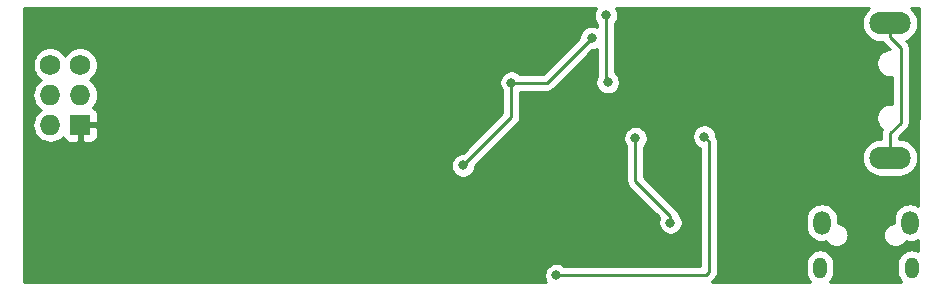
<source format=gbr>
G04 #@! TF.GenerationSoftware,KiCad,Pcbnew,(5.1.4)-1*
G04 #@! TF.CreationDate,2020-06-27T20:58:05-05:00*
G04 #@! TF.ProjectId,NiteLite,4e697465-4c69-4746-952e-6b696361645f,rev?*
G04 #@! TF.SameCoordinates,Original*
G04 #@! TF.FileFunction,Copper,L2,Bot*
G04 #@! TF.FilePolarity,Positive*
%FSLAX46Y46*%
G04 Gerber Fmt 4.6, Leading zero omitted, Abs format (unit mm)*
G04 Created by KiCad (PCBNEW (5.1.4)-1) date 2020-06-27 20:58:05*
%MOMM*%
%LPD*%
G04 APERTURE LIST*
%ADD10R,1.727200X1.727200*%
%ADD11O,1.727200X1.727200*%
%ADD12C,1.727200*%
%ADD13O,3.500000X1.900000*%
%ADD14O,1.450000X2.000000*%
%ADD15O,1.150000X1.800000*%
%ADD16C,0.800000*%
%ADD17C,0.250000*%
%ADD18C,0.254000*%
G04 APERTURE END LIST*
D10*
X90890000Y-114680000D03*
D11*
X88350000Y-114680000D03*
X90890000Y-112140000D03*
X88350000Y-112140000D03*
D12*
X90890000Y-109600000D03*
X88350000Y-109600000D03*
D13*
X159470000Y-117460000D03*
X159470000Y-106060000D03*
D14*
X153675000Y-122950000D03*
X161125000Y-122950000D03*
D15*
X153525000Y-126750000D03*
X161275000Y-126750000D03*
D16*
X127400000Y-111100000D03*
X134185000Y-107315000D03*
X123300000Y-118100000D03*
X127000000Y-127400000D03*
X127500000Y-107300000D03*
X149300000Y-107700000D03*
X155500000Y-115300000D03*
X136900000Y-120500000D03*
X112500000Y-116000000D03*
X154000000Y-120000000D03*
X150600000Y-117200000D03*
X135400000Y-105400000D03*
X135552500Y-111047500D03*
X131200000Y-127400000D03*
X143727500Y-115672500D03*
X140855000Y-122945000D03*
X137900000Y-115800000D03*
D17*
X130400000Y-111100000D02*
X134185000Y-107315000D01*
X127400000Y-111100000D02*
X130400000Y-111100000D01*
X127400000Y-111100000D02*
X127400000Y-114000000D01*
X127400000Y-114000000D02*
X123300000Y-118100000D01*
X123300000Y-118100000D02*
X123300000Y-118100000D01*
X135400000Y-110895000D02*
X135552500Y-111047500D01*
X135400000Y-105400000D02*
X135400000Y-110895000D01*
X143727500Y-115672500D02*
X144127499Y-116072499D01*
X131200000Y-127400000D02*
X131765685Y-127400000D01*
X144127499Y-116072499D02*
X144127499Y-127127499D01*
X143854998Y-127400000D02*
X131200000Y-127400000D01*
X144127499Y-127127499D02*
X143854998Y-127400000D01*
X140855000Y-122379315D02*
X137900000Y-119424315D01*
X140855000Y-122945000D02*
X140855000Y-122379315D01*
X137900000Y-119424315D02*
X137900000Y-115800000D01*
X137900000Y-115800000D02*
X137900000Y-115800000D01*
X159470000Y-107260000D02*
X159470000Y-106060000D01*
X160345001Y-108135001D02*
X159470000Y-107260000D01*
X160345001Y-114480001D02*
X160345001Y-108135001D01*
X159470000Y-115355002D02*
X160345001Y-114480001D01*
X159470000Y-117460000D02*
X159470000Y-115355002D01*
D18*
G36*
X134482795Y-104909744D02*
G01*
X134404774Y-105098102D01*
X134365000Y-105298061D01*
X134365000Y-105501939D01*
X134404774Y-105701898D01*
X134482795Y-105890256D01*
X134596063Y-106059774D01*
X134640000Y-106103711D01*
X134640000Y-106383191D01*
X134486898Y-106319774D01*
X134286939Y-106280000D01*
X134083061Y-106280000D01*
X133883102Y-106319774D01*
X133694744Y-106397795D01*
X133525226Y-106511063D01*
X133381063Y-106655226D01*
X133267795Y-106824744D01*
X133189774Y-107013102D01*
X133150000Y-107213061D01*
X133150000Y-107275198D01*
X130085199Y-110340000D01*
X128103711Y-110340000D01*
X128059774Y-110296063D01*
X127890256Y-110182795D01*
X127701898Y-110104774D01*
X127501939Y-110065000D01*
X127298061Y-110065000D01*
X127098102Y-110104774D01*
X126909744Y-110182795D01*
X126740226Y-110296063D01*
X126596063Y-110440226D01*
X126482795Y-110609744D01*
X126404774Y-110798102D01*
X126365000Y-110998061D01*
X126365000Y-111201939D01*
X126404774Y-111401898D01*
X126482795Y-111590256D01*
X126596063Y-111759774D01*
X126640000Y-111803711D01*
X126640001Y-113685197D01*
X123260199Y-117065000D01*
X123198061Y-117065000D01*
X122998102Y-117104774D01*
X122809744Y-117182795D01*
X122640226Y-117296063D01*
X122496063Y-117440226D01*
X122382795Y-117609744D01*
X122304774Y-117798102D01*
X122265000Y-117998061D01*
X122265000Y-118201939D01*
X122304774Y-118401898D01*
X122382795Y-118590256D01*
X122496063Y-118759774D01*
X122640226Y-118903937D01*
X122809744Y-119017205D01*
X122998102Y-119095226D01*
X123198061Y-119135000D01*
X123401939Y-119135000D01*
X123601898Y-119095226D01*
X123790256Y-119017205D01*
X123959774Y-118903937D01*
X124103937Y-118759774D01*
X124217205Y-118590256D01*
X124295226Y-118401898D01*
X124335000Y-118201939D01*
X124335000Y-118139801D01*
X126776740Y-115698061D01*
X136865000Y-115698061D01*
X136865000Y-115901939D01*
X136904774Y-116101898D01*
X136982795Y-116290256D01*
X137096063Y-116459774D01*
X137140001Y-116503712D01*
X137140000Y-119386992D01*
X137136324Y-119424315D01*
X137140000Y-119461637D01*
X137140000Y-119461647D01*
X137150997Y-119573300D01*
X137194454Y-119716561D01*
X137265026Y-119848591D01*
X137304871Y-119897141D01*
X137359999Y-119964316D01*
X137389003Y-119988119D01*
X139913728Y-122512845D01*
X139859774Y-122643102D01*
X139820000Y-122843061D01*
X139820000Y-123046939D01*
X139859774Y-123246898D01*
X139937795Y-123435256D01*
X140051063Y-123604774D01*
X140195226Y-123748937D01*
X140364744Y-123862205D01*
X140553102Y-123940226D01*
X140753061Y-123980000D01*
X140956939Y-123980000D01*
X141156898Y-123940226D01*
X141345256Y-123862205D01*
X141514774Y-123748937D01*
X141658937Y-123604774D01*
X141772205Y-123435256D01*
X141850226Y-123246898D01*
X141890000Y-123046939D01*
X141890000Y-122843061D01*
X141850226Y-122643102D01*
X141772205Y-122454744D01*
X141658937Y-122285226D01*
X141603987Y-122230276D01*
X141560546Y-122087068D01*
X141489974Y-121955038D01*
X141418799Y-121868312D01*
X141395001Y-121839314D01*
X141366003Y-121815516D01*
X138660000Y-119109514D01*
X138660000Y-116503711D01*
X138703937Y-116459774D01*
X138817205Y-116290256D01*
X138895226Y-116101898D01*
X138935000Y-115901939D01*
X138935000Y-115698061D01*
X138895226Y-115498102D01*
X138817205Y-115309744D01*
X138703937Y-115140226D01*
X138559774Y-114996063D01*
X138390256Y-114882795D01*
X138201898Y-114804774D01*
X138001939Y-114765000D01*
X137798061Y-114765000D01*
X137598102Y-114804774D01*
X137409744Y-114882795D01*
X137240226Y-114996063D01*
X137096063Y-115140226D01*
X136982795Y-115309744D01*
X136904774Y-115498102D01*
X136865000Y-115698061D01*
X126776740Y-115698061D01*
X127911003Y-114563799D01*
X127940001Y-114540001D01*
X128034974Y-114424276D01*
X128105546Y-114292247D01*
X128149003Y-114148986D01*
X128160000Y-114037333D01*
X128163677Y-114000000D01*
X128160000Y-113962667D01*
X128160000Y-111860000D01*
X130362678Y-111860000D01*
X130400000Y-111863676D01*
X130437322Y-111860000D01*
X130437333Y-111860000D01*
X130548986Y-111849003D01*
X130692247Y-111805546D01*
X130824276Y-111734974D01*
X130940001Y-111640001D01*
X130963804Y-111610997D01*
X134224802Y-108350000D01*
X134286939Y-108350000D01*
X134486898Y-108310226D01*
X134640001Y-108246808D01*
X134640001Y-110550201D01*
X134635295Y-110557244D01*
X134557274Y-110745602D01*
X134517500Y-110945561D01*
X134517500Y-111149439D01*
X134557274Y-111349398D01*
X134635295Y-111537756D01*
X134748563Y-111707274D01*
X134892726Y-111851437D01*
X135062244Y-111964705D01*
X135250602Y-112042726D01*
X135450561Y-112082500D01*
X135654439Y-112082500D01*
X135854398Y-112042726D01*
X136042756Y-111964705D01*
X136212274Y-111851437D01*
X136356437Y-111707274D01*
X136469705Y-111537756D01*
X136547726Y-111349398D01*
X136587500Y-111149439D01*
X136587500Y-110945561D01*
X136547726Y-110745602D01*
X136469705Y-110557244D01*
X136356437Y-110387726D01*
X136212274Y-110243563D01*
X136160000Y-110208635D01*
X136160000Y-106103711D01*
X136203937Y-106059774D01*
X136317205Y-105890256D01*
X136395226Y-105701898D01*
X136435000Y-105501939D01*
X136435000Y-105298061D01*
X136395226Y-105098102D01*
X136317205Y-104909744D01*
X136243877Y-104800000D01*
X157706865Y-104800000D01*
X157543813Y-104933813D01*
X157345744Y-105175161D01*
X157198566Y-105450512D01*
X157107934Y-105749286D01*
X157077331Y-106060000D01*
X157107934Y-106370714D01*
X157198566Y-106669488D01*
X157345744Y-106944839D01*
X157543813Y-107186187D01*
X157785161Y-107384256D01*
X158060512Y-107531434D01*
X158359286Y-107622066D01*
X158592136Y-107645000D01*
X158814032Y-107645000D01*
X158835026Y-107684276D01*
X158874871Y-107732826D01*
X158929999Y-107800001D01*
X158959002Y-107823803D01*
X159410198Y-108275000D01*
X159353288Y-108275000D01*
X159124348Y-108320539D01*
X158908692Y-108409866D01*
X158714606Y-108539550D01*
X158549550Y-108704606D01*
X158419866Y-108898692D01*
X158330539Y-109114348D01*
X158285000Y-109343288D01*
X158285000Y-109576712D01*
X158330539Y-109805652D01*
X158419866Y-110021308D01*
X158549550Y-110215394D01*
X158714606Y-110380450D01*
X158908692Y-110510134D01*
X159124348Y-110599461D01*
X159353288Y-110645000D01*
X159585002Y-110645000D01*
X159585001Y-112875000D01*
X159353288Y-112875000D01*
X159124348Y-112920539D01*
X158908692Y-113009866D01*
X158714606Y-113139550D01*
X158549550Y-113304606D01*
X158419866Y-113498692D01*
X158330539Y-113714348D01*
X158285000Y-113943288D01*
X158285000Y-114176712D01*
X158330539Y-114405652D01*
X158419866Y-114621308D01*
X158549550Y-114815394D01*
X158714606Y-114980450D01*
X158783752Y-115026652D01*
X158764454Y-115062756D01*
X158743299Y-115132499D01*
X158722987Y-115199461D01*
X158720998Y-115206017D01*
X158706324Y-115355002D01*
X158710001Y-115392334D01*
X158710001Y-115875000D01*
X158592136Y-115875000D01*
X158359286Y-115897934D01*
X158060512Y-115988566D01*
X157785161Y-116135744D01*
X157543813Y-116333813D01*
X157345744Y-116575161D01*
X157198566Y-116850512D01*
X157107934Y-117149286D01*
X157077331Y-117460000D01*
X157107934Y-117770714D01*
X157198566Y-118069488D01*
X157345744Y-118344839D01*
X157543813Y-118586187D01*
X157785161Y-118784256D01*
X158060512Y-118931434D01*
X158359286Y-119022066D01*
X158592136Y-119045000D01*
X160347864Y-119045000D01*
X160580714Y-119022066D01*
X160879488Y-118931434D01*
X161154839Y-118784256D01*
X161396187Y-118586187D01*
X161594256Y-118344839D01*
X161741434Y-118069488D01*
X161832066Y-117770714D01*
X161862669Y-117460000D01*
X161832066Y-117149286D01*
X161741434Y-116850512D01*
X161594256Y-116575161D01*
X161396187Y-116333813D01*
X161154839Y-116135744D01*
X160879488Y-115988566D01*
X160580714Y-115897934D01*
X160347864Y-115875000D01*
X160230000Y-115875000D01*
X160230000Y-115669803D01*
X160856005Y-115043799D01*
X160885002Y-115020002D01*
X160979975Y-114904277D01*
X161050547Y-114772248D01*
X161094004Y-114628987D01*
X161105001Y-114517334D01*
X161105001Y-114517325D01*
X161108677Y-114480002D01*
X161105001Y-114442679D01*
X161105001Y-108172323D01*
X161108677Y-108135000D01*
X161105001Y-108097677D01*
X161105001Y-108097668D01*
X161094004Y-107986015D01*
X161050547Y-107842754D01*
X160979975Y-107710725D01*
X160885002Y-107595000D01*
X160856004Y-107571202D01*
X160830957Y-107546156D01*
X160879488Y-107531434D01*
X161154839Y-107384256D01*
X161396187Y-107186187D01*
X161594256Y-106944839D01*
X161741434Y-106669488D01*
X161832066Y-106370714D01*
X161862669Y-106060000D01*
X161832066Y-105749286D01*
X161741434Y-105450512D01*
X161594256Y-105175161D01*
X161396187Y-104933813D01*
X161233135Y-104800000D01*
X161874675Y-104800000D01*
X161893024Y-106983467D01*
X161857355Y-121524365D01*
X161647967Y-121412445D01*
X161391606Y-121334678D01*
X161125000Y-121308420D01*
X160858393Y-121334678D01*
X160602032Y-121412445D01*
X160365769Y-121538730D01*
X160158682Y-121708683D01*
X159988730Y-121915770D01*
X159862445Y-122152033D01*
X159784678Y-122408394D01*
X159765000Y-122608192D01*
X159765000Y-122973289D01*
X159697105Y-122979976D01*
X159502007Y-123039159D01*
X159322203Y-123135266D01*
X159164604Y-123264604D01*
X159035266Y-123422203D01*
X158939159Y-123602007D01*
X158879976Y-123797105D01*
X158859993Y-124000000D01*
X158879976Y-124202895D01*
X158939159Y-124397993D01*
X159035266Y-124577797D01*
X159164604Y-124735396D01*
X159322203Y-124864734D01*
X159502007Y-124960841D01*
X159697105Y-125020024D01*
X159849162Y-125035000D01*
X159950838Y-125035000D01*
X160102895Y-125020024D01*
X160297993Y-124960841D01*
X160477797Y-124864734D01*
X160635396Y-124735396D01*
X160764734Y-124577797D01*
X160783539Y-124542615D01*
X160858394Y-124565322D01*
X161125000Y-124591580D01*
X161391607Y-124565322D01*
X161647968Y-124487555D01*
X161850352Y-124379379D01*
X161847948Y-125359244D01*
X161740286Y-125301697D01*
X161512200Y-125232508D01*
X161275000Y-125209146D01*
X161037799Y-125232508D01*
X160809713Y-125301697D01*
X160599508Y-125414054D01*
X160415261Y-125565261D01*
X160264054Y-125749509D01*
X160151697Y-125959714D01*
X160082508Y-126187800D01*
X160065000Y-126365564D01*
X160065000Y-127134437D01*
X160082508Y-127312201D01*
X160151697Y-127540287D01*
X160264055Y-127750492D01*
X160415262Y-127934739D01*
X160421673Y-127940000D01*
X154378328Y-127940000D01*
X154384739Y-127934739D01*
X154535946Y-127750492D01*
X154648303Y-127540287D01*
X154717492Y-127312200D01*
X154735000Y-127134436D01*
X154735000Y-126365563D01*
X154717492Y-126187799D01*
X154648303Y-125959713D01*
X154535946Y-125749508D01*
X154384739Y-125565261D01*
X154200491Y-125414054D01*
X153990286Y-125301697D01*
X153762200Y-125232508D01*
X153525000Y-125209146D01*
X153287799Y-125232508D01*
X153059713Y-125301697D01*
X152849508Y-125414054D01*
X152665261Y-125565261D01*
X152514054Y-125749509D01*
X152401697Y-125959714D01*
X152332508Y-126187800D01*
X152315000Y-126365564D01*
X152315000Y-127134437D01*
X152332508Y-127312201D01*
X152401697Y-127540287D01*
X152514055Y-127750492D01*
X152665262Y-127934739D01*
X152671673Y-127940000D01*
X144395000Y-127940000D01*
X144418802Y-127910997D01*
X144638496Y-127691303D01*
X144667500Y-127667500D01*
X144762473Y-127551775D01*
X144833045Y-127419746D01*
X144876502Y-127276485D01*
X144887499Y-127164832D01*
X144891176Y-127127499D01*
X144887499Y-127090166D01*
X144887499Y-122608192D01*
X152315000Y-122608192D01*
X152315000Y-123291809D01*
X152334678Y-123491607D01*
X152412445Y-123747968D01*
X152538730Y-123984231D01*
X152708683Y-124191318D01*
X152915770Y-124361270D01*
X153152033Y-124487555D01*
X153408394Y-124565322D01*
X153675000Y-124591580D01*
X153941607Y-124565322D01*
X154016461Y-124542615D01*
X154035266Y-124577797D01*
X154164604Y-124735396D01*
X154322203Y-124864734D01*
X154502007Y-124960841D01*
X154697105Y-125020024D01*
X154849162Y-125035000D01*
X154950838Y-125035000D01*
X155102895Y-125020024D01*
X155297993Y-124960841D01*
X155477797Y-124864734D01*
X155635396Y-124735396D01*
X155764734Y-124577797D01*
X155860841Y-124397993D01*
X155920024Y-124202895D01*
X155940007Y-124000000D01*
X155920024Y-123797105D01*
X155860841Y-123602007D01*
X155764734Y-123422203D01*
X155635396Y-123264604D01*
X155477797Y-123135266D01*
X155297993Y-123039159D01*
X155102895Y-122979976D01*
X155035000Y-122973289D01*
X155035000Y-122608191D01*
X155015322Y-122408393D01*
X154937555Y-122152032D01*
X154811270Y-121915769D01*
X154641317Y-121708682D01*
X154434230Y-121538730D01*
X154197967Y-121412445D01*
X153941606Y-121334678D01*
X153675000Y-121308420D01*
X153408393Y-121334678D01*
X153152032Y-121412445D01*
X152915769Y-121538730D01*
X152708682Y-121708683D01*
X152538730Y-121915770D01*
X152412445Y-122152033D01*
X152334678Y-122408394D01*
X152315000Y-122608192D01*
X144887499Y-122608192D01*
X144887499Y-116109821D01*
X144891175Y-116072498D01*
X144887499Y-116035176D01*
X144887499Y-116035166D01*
X144876502Y-115923513D01*
X144833045Y-115780252D01*
X144762500Y-115648274D01*
X144762500Y-115570561D01*
X144722726Y-115370602D01*
X144644705Y-115182244D01*
X144531437Y-115012726D01*
X144387274Y-114868563D01*
X144217756Y-114755295D01*
X144029398Y-114677274D01*
X143829439Y-114637500D01*
X143625561Y-114637500D01*
X143425602Y-114677274D01*
X143237244Y-114755295D01*
X143067726Y-114868563D01*
X142923563Y-115012726D01*
X142810295Y-115182244D01*
X142732274Y-115370602D01*
X142692500Y-115570561D01*
X142692500Y-115774439D01*
X142732274Y-115974398D01*
X142810295Y-116162756D01*
X142923563Y-116332274D01*
X143067726Y-116476437D01*
X143237244Y-116589705D01*
X143367499Y-116643659D01*
X143367500Y-126640000D01*
X131903711Y-126640000D01*
X131859774Y-126596063D01*
X131690256Y-126482795D01*
X131501898Y-126404774D01*
X131301939Y-126365000D01*
X131098061Y-126365000D01*
X130898102Y-126404774D01*
X130709744Y-126482795D01*
X130540226Y-126596063D01*
X130396063Y-126740226D01*
X130282795Y-126909744D01*
X130204774Y-127098102D01*
X130165000Y-127298061D01*
X130165000Y-127501939D01*
X130204774Y-127701898D01*
X130282795Y-127890256D01*
X130316033Y-127940000D01*
X86127000Y-127940000D01*
X86127000Y-112140000D01*
X86844149Y-112140000D01*
X86873084Y-112433777D01*
X86958775Y-112716264D01*
X87097931Y-112976606D01*
X87285203Y-113204797D01*
X87513394Y-113392069D01*
X87546940Y-113410000D01*
X87513394Y-113427931D01*
X87285203Y-113615203D01*
X87097931Y-113843394D01*
X86958775Y-114103736D01*
X86873084Y-114386223D01*
X86844149Y-114680000D01*
X86873084Y-114973777D01*
X86958775Y-115256264D01*
X87097931Y-115516606D01*
X87285203Y-115744797D01*
X87513394Y-115932069D01*
X87773736Y-116071225D01*
X88056223Y-116156916D01*
X88276381Y-116178600D01*
X88423619Y-116178600D01*
X88643777Y-116156916D01*
X88926264Y-116071225D01*
X89186606Y-115932069D01*
X89414797Y-115744797D01*
X89421414Y-115736735D01*
X89436898Y-115787780D01*
X89495863Y-115898094D01*
X89575215Y-115994785D01*
X89671906Y-116074137D01*
X89782220Y-116133102D01*
X89901918Y-116169412D01*
X90026400Y-116181672D01*
X90604250Y-116178600D01*
X90763000Y-116019850D01*
X90763000Y-114807000D01*
X91017000Y-114807000D01*
X91017000Y-116019850D01*
X91175750Y-116178600D01*
X91753600Y-116181672D01*
X91878082Y-116169412D01*
X91997780Y-116133102D01*
X92108094Y-116074137D01*
X92204785Y-115994785D01*
X92284137Y-115898094D01*
X92343102Y-115787780D01*
X92379412Y-115668082D01*
X92391672Y-115543600D01*
X92388600Y-114965750D01*
X92229850Y-114807000D01*
X91017000Y-114807000D01*
X90763000Y-114807000D01*
X90743000Y-114807000D01*
X90743000Y-114553000D01*
X90763000Y-114553000D01*
X90763000Y-114533000D01*
X91017000Y-114533000D01*
X91017000Y-114553000D01*
X92229850Y-114553000D01*
X92388600Y-114394250D01*
X92391672Y-113816400D01*
X92379412Y-113691918D01*
X92343102Y-113572220D01*
X92284137Y-113461906D01*
X92204785Y-113365215D01*
X92108094Y-113285863D01*
X91997780Y-113226898D01*
X91946735Y-113211414D01*
X91954797Y-113204797D01*
X92142069Y-112976606D01*
X92281225Y-112716264D01*
X92366916Y-112433777D01*
X92395851Y-112140000D01*
X92366916Y-111846223D01*
X92281225Y-111563736D01*
X92142069Y-111303394D01*
X91954797Y-111075203D01*
X91726606Y-110887931D01*
X91689537Y-110868117D01*
X91845302Y-110764039D01*
X92054039Y-110555302D01*
X92218042Y-110309853D01*
X92331010Y-110037125D01*
X92388600Y-109747599D01*
X92388600Y-109452401D01*
X92331010Y-109162875D01*
X92218042Y-108890147D01*
X92054039Y-108644698D01*
X91845302Y-108435961D01*
X91599853Y-108271958D01*
X91327125Y-108158990D01*
X91037599Y-108101400D01*
X90742401Y-108101400D01*
X90452875Y-108158990D01*
X90180147Y-108271958D01*
X89934698Y-108435961D01*
X89725961Y-108644698D01*
X89620000Y-108803281D01*
X89514039Y-108644698D01*
X89305302Y-108435961D01*
X89059853Y-108271958D01*
X88787125Y-108158990D01*
X88497599Y-108101400D01*
X88202401Y-108101400D01*
X87912875Y-108158990D01*
X87640147Y-108271958D01*
X87394698Y-108435961D01*
X87185961Y-108644698D01*
X87021958Y-108890147D01*
X86908990Y-109162875D01*
X86851400Y-109452401D01*
X86851400Y-109747599D01*
X86908990Y-110037125D01*
X87021958Y-110309853D01*
X87185961Y-110555302D01*
X87394698Y-110764039D01*
X87550463Y-110868117D01*
X87513394Y-110887931D01*
X87285203Y-111075203D01*
X87097931Y-111303394D01*
X86958775Y-111563736D01*
X86873084Y-111846223D01*
X86844149Y-112140000D01*
X86127000Y-112140000D01*
X86127000Y-104800000D01*
X134556123Y-104800000D01*
X134482795Y-104909744D01*
X134482795Y-104909744D01*
G37*
X134482795Y-104909744D02*
X134404774Y-105098102D01*
X134365000Y-105298061D01*
X134365000Y-105501939D01*
X134404774Y-105701898D01*
X134482795Y-105890256D01*
X134596063Y-106059774D01*
X134640000Y-106103711D01*
X134640000Y-106383191D01*
X134486898Y-106319774D01*
X134286939Y-106280000D01*
X134083061Y-106280000D01*
X133883102Y-106319774D01*
X133694744Y-106397795D01*
X133525226Y-106511063D01*
X133381063Y-106655226D01*
X133267795Y-106824744D01*
X133189774Y-107013102D01*
X133150000Y-107213061D01*
X133150000Y-107275198D01*
X130085199Y-110340000D01*
X128103711Y-110340000D01*
X128059774Y-110296063D01*
X127890256Y-110182795D01*
X127701898Y-110104774D01*
X127501939Y-110065000D01*
X127298061Y-110065000D01*
X127098102Y-110104774D01*
X126909744Y-110182795D01*
X126740226Y-110296063D01*
X126596063Y-110440226D01*
X126482795Y-110609744D01*
X126404774Y-110798102D01*
X126365000Y-110998061D01*
X126365000Y-111201939D01*
X126404774Y-111401898D01*
X126482795Y-111590256D01*
X126596063Y-111759774D01*
X126640000Y-111803711D01*
X126640001Y-113685197D01*
X123260199Y-117065000D01*
X123198061Y-117065000D01*
X122998102Y-117104774D01*
X122809744Y-117182795D01*
X122640226Y-117296063D01*
X122496063Y-117440226D01*
X122382795Y-117609744D01*
X122304774Y-117798102D01*
X122265000Y-117998061D01*
X122265000Y-118201939D01*
X122304774Y-118401898D01*
X122382795Y-118590256D01*
X122496063Y-118759774D01*
X122640226Y-118903937D01*
X122809744Y-119017205D01*
X122998102Y-119095226D01*
X123198061Y-119135000D01*
X123401939Y-119135000D01*
X123601898Y-119095226D01*
X123790256Y-119017205D01*
X123959774Y-118903937D01*
X124103937Y-118759774D01*
X124217205Y-118590256D01*
X124295226Y-118401898D01*
X124335000Y-118201939D01*
X124335000Y-118139801D01*
X126776740Y-115698061D01*
X136865000Y-115698061D01*
X136865000Y-115901939D01*
X136904774Y-116101898D01*
X136982795Y-116290256D01*
X137096063Y-116459774D01*
X137140001Y-116503712D01*
X137140000Y-119386992D01*
X137136324Y-119424315D01*
X137140000Y-119461637D01*
X137140000Y-119461647D01*
X137150997Y-119573300D01*
X137194454Y-119716561D01*
X137265026Y-119848591D01*
X137304871Y-119897141D01*
X137359999Y-119964316D01*
X137389003Y-119988119D01*
X139913728Y-122512845D01*
X139859774Y-122643102D01*
X139820000Y-122843061D01*
X139820000Y-123046939D01*
X139859774Y-123246898D01*
X139937795Y-123435256D01*
X140051063Y-123604774D01*
X140195226Y-123748937D01*
X140364744Y-123862205D01*
X140553102Y-123940226D01*
X140753061Y-123980000D01*
X140956939Y-123980000D01*
X141156898Y-123940226D01*
X141345256Y-123862205D01*
X141514774Y-123748937D01*
X141658937Y-123604774D01*
X141772205Y-123435256D01*
X141850226Y-123246898D01*
X141890000Y-123046939D01*
X141890000Y-122843061D01*
X141850226Y-122643102D01*
X141772205Y-122454744D01*
X141658937Y-122285226D01*
X141603987Y-122230276D01*
X141560546Y-122087068D01*
X141489974Y-121955038D01*
X141418799Y-121868312D01*
X141395001Y-121839314D01*
X141366003Y-121815516D01*
X138660000Y-119109514D01*
X138660000Y-116503711D01*
X138703937Y-116459774D01*
X138817205Y-116290256D01*
X138895226Y-116101898D01*
X138935000Y-115901939D01*
X138935000Y-115698061D01*
X138895226Y-115498102D01*
X138817205Y-115309744D01*
X138703937Y-115140226D01*
X138559774Y-114996063D01*
X138390256Y-114882795D01*
X138201898Y-114804774D01*
X138001939Y-114765000D01*
X137798061Y-114765000D01*
X137598102Y-114804774D01*
X137409744Y-114882795D01*
X137240226Y-114996063D01*
X137096063Y-115140226D01*
X136982795Y-115309744D01*
X136904774Y-115498102D01*
X136865000Y-115698061D01*
X126776740Y-115698061D01*
X127911003Y-114563799D01*
X127940001Y-114540001D01*
X128034974Y-114424276D01*
X128105546Y-114292247D01*
X128149003Y-114148986D01*
X128160000Y-114037333D01*
X128163677Y-114000000D01*
X128160000Y-113962667D01*
X128160000Y-111860000D01*
X130362678Y-111860000D01*
X130400000Y-111863676D01*
X130437322Y-111860000D01*
X130437333Y-111860000D01*
X130548986Y-111849003D01*
X130692247Y-111805546D01*
X130824276Y-111734974D01*
X130940001Y-111640001D01*
X130963804Y-111610997D01*
X134224802Y-108350000D01*
X134286939Y-108350000D01*
X134486898Y-108310226D01*
X134640001Y-108246808D01*
X134640001Y-110550201D01*
X134635295Y-110557244D01*
X134557274Y-110745602D01*
X134517500Y-110945561D01*
X134517500Y-111149439D01*
X134557274Y-111349398D01*
X134635295Y-111537756D01*
X134748563Y-111707274D01*
X134892726Y-111851437D01*
X135062244Y-111964705D01*
X135250602Y-112042726D01*
X135450561Y-112082500D01*
X135654439Y-112082500D01*
X135854398Y-112042726D01*
X136042756Y-111964705D01*
X136212274Y-111851437D01*
X136356437Y-111707274D01*
X136469705Y-111537756D01*
X136547726Y-111349398D01*
X136587500Y-111149439D01*
X136587500Y-110945561D01*
X136547726Y-110745602D01*
X136469705Y-110557244D01*
X136356437Y-110387726D01*
X136212274Y-110243563D01*
X136160000Y-110208635D01*
X136160000Y-106103711D01*
X136203937Y-106059774D01*
X136317205Y-105890256D01*
X136395226Y-105701898D01*
X136435000Y-105501939D01*
X136435000Y-105298061D01*
X136395226Y-105098102D01*
X136317205Y-104909744D01*
X136243877Y-104800000D01*
X157706865Y-104800000D01*
X157543813Y-104933813D01*
X157345744Y-105175161D01*
X157198566Y-105450512D01*
X157107934Y-105749286D01*
X157077331Y-106060000D01*
X157107934Y-106370714D01*
X157198566Y-106669488D01*
X157345744Y-106944839D01*
X157543813Y-107186187D01*
X157785161Y-107384256D01*
X158060512Y-107531434D01*
X158359286Y-107622066D01*
X158592136Y-107645000D01*
X158814032Y-107645000D01*
X158835026Y-107684276D01*
X158874871Y-107732826D01*
X158929999Y-107800001D01*
X158959002Y-107823803D01*
X159410198Y-108275000D01*
X159353288Y-108275000D01*
X159124348Y-108320539D01*
X158908692Y-108409866D01*
X158714606Y-108539550D01*
X158549550Y-108704606D01*
X158419866Y-108898692D01*
X158330539Y-109114348D01*
X158285000Y-109343288D01*
X158285000Y-109576712D01*
X158330539Y-109805652D01*
X158419866Y-110021308D01*
X158549550Y-110215394D01*
X158714606Y-110380450D01*
X158908692Y-110510134D01*
X159124348Y-110599461D01*
X159353288Y-110645000D01*
X159585002Y-110645000D01*
X159585001Y-112875000D01*
X159353288Y-112875000D01*
X159124348Y-112920539D01*
X158908692Y-113009866D01*
X158714606Y-113139550D01*
X158549550Y-113304606D01*
X158419866Y-113498692D01*
X158330539Y-113714348D01*
X158285000Y-113943288D01*
X158285000Y-114176712D01*
X158330539Y-114405652D01*
X158419866Y-114621308D01*
X158549550Y-114815394D01*
X158714606Y-114980450D01*
X158783752Y-115026652D01*
X158764454Y-115062756D01*
X158743299Y-115132499D01*
X158722987Y-115199461D01*
X158720998Y-115206017D01*
X158706324Y-115355002D01*
X158710001Y-115392334D01*
X158710001Y-115875000D01*
X158592136Y-115875000D01*
X158359286Y-115897934D01*
X158060512Y-115988566D01*
X157785161Y-116135744D01*
X157543813Y-116333813D01*
X157345744Y-116575161D01*
X157198566Y-116850512D01*
X157107934Y-117149286D01*
X157077331Y-117460000D01*
X157107934Y-117770714D01*
X157198566Y-118069488D01*
X157345744Y-118344839D01*
X157543813Y-118586187D01*
X157785161Y-118784256D01*
X158060512Y-118931434D01*
X158359286Y-119022066D01*
X158592136Y-119045000D01*
X160347864Y-119045000D01*
X160580714Y-119022066D01*
X160879488Y-118931434D01*
X161154839Y-118784256D01*
X161396187Y-118586187D01*
X161594256Y-118344839D01*
X161741434Y-118069488D01*
X161832066Y-117770714D01*
X161862669Y-117460000D01*
X161832066Y-117149286D01*
X161741434Y-116850512D01*
X161594256Y-116575161D01*
X161396187Y-116333813D01*
X161154839Y-116135744D01*
X160879488Y-115988566D01*
X160580714Y-115897934D01*
X160347864Y-115875000D01*
X160230000Y-115875000D01*
X160230000Y-115669803D01*
X160856005Y-115043799D01*
X160885002Y-115020002D01*
X160979975Y-114904277D01*
X161050547Y-114772248D01*
X161094004Y-114628987D01*
X161105001Y-114517334D01*
X161105001Y-114517325D01*
X161108677Y-114480002D01*
X161105001Y-114442679D01*
X161105001Y-108172323D01*
X161108677Y-108135000D01*
X161105001Y-108097677D01*
X161105001Y-108097668D01*
X161094004Y-107986015D01*
X161050547Y-107842754D01*
X160979975Y-107710725D01*
X160885002Y-107595000D01*
X160856004Y-107571202D01*
X160830957Y-107546156D01*
X160879488Y-107531434D01*
X161154839Y-107384256D01*
X161396187Y-107186187D01*
X161594256Y-106944839D01*
X161741434Y-106669488D01*
X161832066Y-106370714D01*
X161862669Y-106060000D01*
X161832066Y-105749286D01*
X161741434Y-105450512D01*
X161594256Y-105175161D01*
X161396187Y-104933813D01*
X161233135Y-104800000D01*
X161874675Y-104800000D01*
X161893024Y-106983467D01*
X161857355Y-121524365D01*
X161647967Y-121412445D01*
X161391606Y-121334678D01*
X161125000Y-121308420D01*
X160858393Y-121334678D01*
X160602032Y-121412445D01*
X160365769Y-121538730D01*
X160158682Y-121708683D01*
X159988730Y-121915770D01*
X159862445Y-122152033D01*
X159784678Y-122408394D01*
X159765000Y-122608192D01*
X159765000Y-122973289D01*
X159697105Y-122979976D01*
X159502007Y-123039159D01*
X159322203Y-123135266D01*
X159164604Y-123264604D01*
X159035266Y-123422203D01*
X158939159Y-123602007D01*
X158879976Y-123797105D01*
X158859993Y-124000000D01*
X158879976Y-124202895D01*
X158939159Y-124397993D01*
X159035266Y-124577797D01*
X159164604Y-124735396D01*
X159322203Y-124864734D01*
X159502007Y-124960841D01*
X159697105Y-125020024D01*
X159849162Y-125035000D01*
X159950838Y-125035000D01*
X160102895Y-125020024D01*
X160297993Y-124960841D01*
X160477797Y-124864734D01*
X160635396Y-124735396D01*
X160764734Y-124577797D01*
X160783539Y-124542615D01*
X160858394Y-124565322D01*
X161125000Y-124591580D01*
X161391607Y-124565322D01*
X161647968Y-124487555D01*
X161850352Y-124379379D01*
X161847948Y-125359244D01*
X161740286Y-125301697D01*
X161512200Y-125232508D01*
X161275000Y-125209146D01*
X161037799Y-125232508D01*
X160809713Y-125301697D01*
X160599508Y-125414054D01*
X160415261Y-125565261D01*
X160264054Y-125749509D01*
X160151697Y-125959714D01*
X160082508Y-126187800D01*
X160065000Y-126365564D01*
X160065000Y-127134437D01*
X160082508Y-127312201D01*
X160151697Y-127540287D01*
X160264055Y-127750492D01*
X160415262Y-127934739D01*
X160421673Y-127940000D01*
X154378328Y-127940000D01*
X154384739Y-127934739D01*
X154535946Y-127750492D01*
X154648303Y-127540287D01*
X154717492Y-127312200D01*
X154735000Y-127134436D01*
X154735000Y-126365563D01*
X154717492Y-126187799D01*
X154648303Y-125959713D01*
X154535946Y-125749508D01*
X154384739Y-125565261D01*
X154200491Y-125414054D01*
X153990286Y-125301697D01*
X153762200Y-125232508D01*
X153525000Y-125209146D01*
X153287799Y-125232508D01*
X153059713Y-125301697D01*
X152849508Y-125414054D01*
X152665261Y-125565261D01*
X152514054Y-125749509D01*
X152401697Y-125959714D01*
X152332508Y-126187800D01*
X152315000Y-126365564D01*
X152315000Y-127134437D01*
X152332508Y-127312201D01*
X152401697Y-127540287D01*
X152514055Y-127750492D01*
X152665262Y-127934739D01*
X152671673Y-127940000D01*
X144395000Y-127940000D01*
X144418802Y-127910997D01*
X144638496Y-127691303D01*
X144667500Y-127667500D01*
X144762473Y-127551775D01*
X144833045Y-127419746D01*
X144876502Y-127276485D01*
X144887499Y-127164832D01*
X144891176Y-127127499D01*
X144887499Y-127090166D01*
X144887499Y-122608192D01*
X152315000Y-122608192D01*
X152315000Y-123291809D01*
X152334678Y-123491607D01*
X152412445Y-123747968D01*
X152538730Y-123984231D01*
X152708683Y-124191318D01*
X152915770Y-124361270D01*
X153152033Y-124487555D01*
X153408394Y-124565322D01*
X153675000Y-124591580D01*
X153941607Y-124565322D01*
X154016461Y-124542615D01*
X154035266Y-124577797D01*
X154164604Y-124735396D01*
X154322203Y-124864734D01*
X154502007Y-124960841D01*
X154697105Y-125020024D01*
X154849162Y-125035000D01*
X154950838Y-125035000D01*
X155102895Y-125020024D01*
X155297993Y-124960841D01*
X155477797Y-124864734D01*
X155635396Y-124735396D01*
X155764734Y-124577797D01*
X155860841Y-124397993D01*
X155920024Y-124202895D01*
X155940007Y-124000000D01*
X155920024Y-123797105D01*
X155860841Y-123602007D01*
X155764734Y-123422203D01*
X155635396Y-123264604D01*
X155477797Y-123135266D01*
X155297993Y-123039159D01*
X155102895Y-122979976D01*
X155035000Y-122973289D01*
X155035000Y-122608191D01*
X155015322Y-122408393D01*
X154937555Y-122152032D01*
X154811270Y-121915769D01*
X154641317Y-121708682D01*
X154434230Y-121538730D01*
X154197967Y-121412445D01*
X153941606Y-121334678D01*
X153675000Y-121308420D01*
X153408393Y-121334678D01*
X153152032Y-121412445D01*
X152915769Y-121538730D01*
X152708682Y-121708683D01*
X152538730Y-121915770D01*
X152412445Y-122152033D01*
X152334678Y-122408394D01*
X152315000Y-122608192D01*
X144887499Y-122608192D01*
X144887499Y-116109821D01*
X144891175Y-116072498D01*
X144887499Y-116035176D01*
X144887499Y-116035166D01*
X144876502Y-115923513D01*
X144833045Y-115780252D01*
X144762500Y-115648274D01*
X144762500Y-115570561D01*
X144722726Y-115370602D01*
X144644705Y-115182244D01*
X144531437Y-115012726D01*
X144387274Y-114868563D01*
X144217756Y-114755295D01*
X144029398Y-114677274D01*
X143829439Y-114637500D01*
X143625561Y-114637500D01*
X143425602Y-114677274D01*
X143237244Y-114755295D01*
X143067726Y-114868563D01*
X142923563Y-115012726D01*
X142810295Y-115182244D01*
X142732274Y-115370602D01*
X142692500Y-115570561D01*
X142692500Y-115774439D01*
X142732274Y-115974398D01*
X142810295Y-116162756D01*
X142923563Y-116332274D01*
X143067726Y-116476437D01*
X143237244Y-116589705D01*
X143367499Y-116643659D01*
X143367500Y-126640000D01*
X131903711Y-126640000D01*
X131859774Y-126596063D01*
X131690256Y-126482795D01*
X131501898Y-126404774D01*
X131301939Y-126365000D01*
X131098061Y-126365000D01*
X130898102Y-126404774D01*
X130709744Y-126482795D01*
X130540226Y-126596063D01*
X130396063Y-126740226D01*
X130282795Y-126909744D01*
X130204774Y-127098102D01*
X130165000Y-127298061D01*
X130165000Y-127501939D01*
X130204774Y-127701898D01*
X130282795Y-127890256D01*
X130316033Y-127940000D01*
X86127000Y-127940000D01*
X86127000Y-112140000D01*
X86844149Y-112140000D01*
X86873084Y-112433777D01*
X86958775Y-112716264D01*
X87097931Y-112976606D01*
X87285203Y-113204797D01*
X87513394Y-113392069D01*
X87546940Y-113410000D01*
X87513394Y-113427931D01*
X87285203Y-113615203D01*
X87097931Y-113843394D01*
X86958775Y-114103736D01*
X86873084Y-114386223D01*
X86844149Y-114680000D01*
X86873084Y-114973777D01*
X86958775Y-115256264D01*
X87097931Y-115516606D01*
X87285203Y-115744797D01*
X87513394Y-115932069D01*
X87773736Y-116071225D01*
X88056223Y-116156916D01*
X88276381Y-116178600D01*
X88423619Y-116178600D01*
X88643777Y-116156916D01*
X88926264Y-116071225D01*
X89186606Y-115932069D01*
X89414797Y-115744797D01*
X89421414Y-115736735D01*
X89436898Y-115787780D01*
X89495863Y-115898094D01*
X89575215Y-115994785D01*
X89671906Y-116074137D01*
X89782220Y-116133102D01*
X89901918Y-116169412D01*
X90026400Y-116181672D01*
X90604250Y-116178600D01*
X90763000Y-116019850D01*
X90763000Y-114807000D01*
X91017000Y-114807000D01*
X91017000Y-116019850D01*
X91175750Y-116178600D01*
X91753600Y-116181672D01*
X91878082Y-116169412D01*
X91997780Y-116133102D01*
X92108094Y-116074137D01*
X92204785Y-115994785D01*
X92284137Y-115898094D01*
X92343102Y-115787780D01*
X92379412Y-115668082D01*
X92391672Y-115543600D01*
X92388600Y-114965750D01*
X92229850Y-114807000D01*
X91017000Y-114807000D01*
X90763000Y-114807000D01*
X90743000Y-114807000D01*
X90743000Y-114553000D01*
X90763000Y-114553000D01*
X90763000Y-114533000D01*
X91017000Y-114533000D01*
X91017000Y-114553000D01*
X92229850Y-114553000D01*
X92388600Y-114394250D01*
X92391672Y-113816400D01*
X92379412Y-113691918D01*
X92343102Y-113572220D01*
X92284137Y-113461906D01*
X92204785Y-113365215D01*
X92108094Y-113285863D01*
X91997780Y-113226898D01*
X91946735Y-113211414D01*
X91954797Y-113204797D01*
X92142069Y-112976606D01*
X92281225Y-112716264D01*
X92366916Y-112433777D01*
X92395851Y-112140000D01*
X92366916Y-111846223D01*
X92281225Y-111563736D01*
X92142069Y-111303394D01*
X91954797Y-111075203D01*
X91726606Y-110887931D01*
X91689537Y-110868117D01*
X91845302Y-110764039D01*
X92054039Y-110555302D01*
X92218042Y-110309853D01*
X92331010Y-110037125D01*
X92388600Y-109747599D01*
X92388600Y-109452401D01*
X92331010Y-109162875D01*
X92218042Y-108890147D01*
X92054039Y-108644698D01*
X91845302Y-108435961D01*
X91599853Y-108271958D01*
X91327125Y-108158990D01*
X91037599Y-108101400D01*
X90742401Y-108101400D01*
X90452875Y-108158990D01*
X90180147Y-108271958D01*
X89934698Y-108435961D01*
X89725961Y-108644698D01*
X89620000Y-108803281D01*
X89514039Y-108644698D01*
X89305302Y-108435961D01*
X89059853Y-108271958D01*
X88787125Y-108158990D01*
X88497599Y-108101400D01*
X88202401Y-108101400D01*
X87912875Y-108158990D01*
X87640147Y-108271958D01*
X87394698Y-108435961D01*
X87185961Y-108644698D01*
X87021958Y-108890147D01*
X86908990Y-109162875D01*
X86851400Y-109452401D01*
X86851400Y-109747599D01*
X86908990Y-110037125D01*
X87021958Y-110309853D01*
X87185961Y-110555302D01*
X87394698Y-110764039D01*
X87550463Y-110868117D01*
X87513394Y-110887931D01*
X87285203Y-111075203D01*
X87097931Y-111303394D01*
X86958775Y-111563736D01*
X86873084Y-111846223D01*
X86844149Y-112140000D01*
X86127000Y-112140000D01*
X86127000Y-104800000D01*
X134556123Y-104800000D01*
X134482795Y-104909744D01*
M02*

</source>
